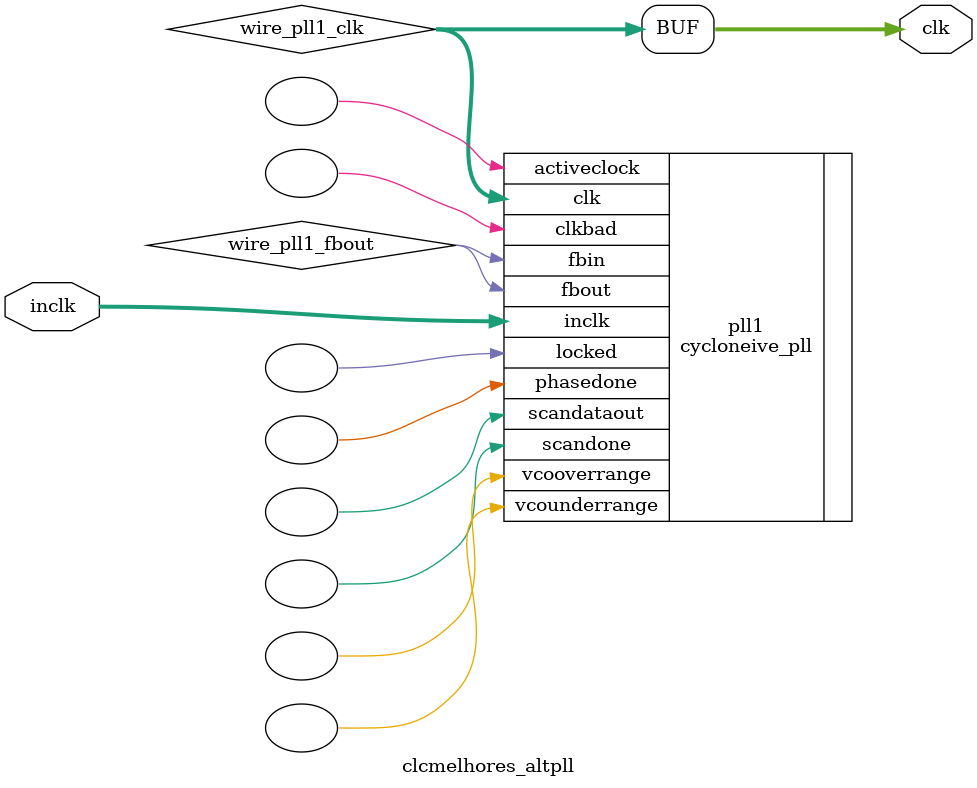
<source format=v>






//synthesis_resources = cycloneive_pll 1 
//synopsys translate_off
`timescale 1 ps / 1 ps
//synopsys translate_on
module  clcmelhores_altpll
	( 
	clk,
	inclk) /* synthesis synthesis_clearbox=1 */;
	output   [4:0]  clk;
	input   [1:0]  inclk;
`ifndef ALTERA_RESERVED_QIS
// synopsys translate_off
`endif
	tri0   [1:0]  inclk;
`ifndef ALTERA_RESERVED_QIS
// synopsys translate_on
`endif

	wire  [4:0]   wire_pll1_clk;
	wire  wire_pll1_fbout;

	cycloneive_pll   pll1
	( 
	.activeclock(),
	.clk(wire_pll1_clk),
	.clkbad(),
	.fbin(wire_pll1_fbout),
	.fbout(wire_pll1_fbout),
	.inclk(inclk),
	.locked(),
	.phasedone(),
	.scandataout(),
	.scandone(),
	.vcooverrange(),
	.vcounderrange()
	`ifndef FORMAL_VERIFICATION
	// synopsys translate_off
	`endif
	,
	.areset(1'b0),
	.clkswitch(1'b0),
	.configupdate(1'b0),
	.pfdena(1'b1),
	.phasecounterselect({3{1'b0}}),
	.phasestep(1'b0),
	.phaseupdown(1'b0),
	.scanclk(1'b0),
	.scanclkena(1'b1),
	.scandata(1'b0)
	`ifndef FORMAL_VERIFICATION
	// synopsys translate_on
	`endif
	);
	defparam
		pll1.bandwidth_type = "auto",
		pll1.clk0_divide_by = 2,
		pll1.clk0_duty_cycle = 50,
		pll1.clk0_multiply_by = 1,
		pll1.clk0_phase_shift = "0",
		pll1.compensate_clock = "clk0",
		pll1.inclk0_input_frequency = 20000,
		pll1.operation_mode = "normal",
		pll1.pll_type = "auto",
		pll1.lpm_type = "cycloneive_pll";
	assign
		clk = {wire_pll1_clk[4:0]};
endmodule //clcmelhores_altpll
//VALID FILE

</source>
